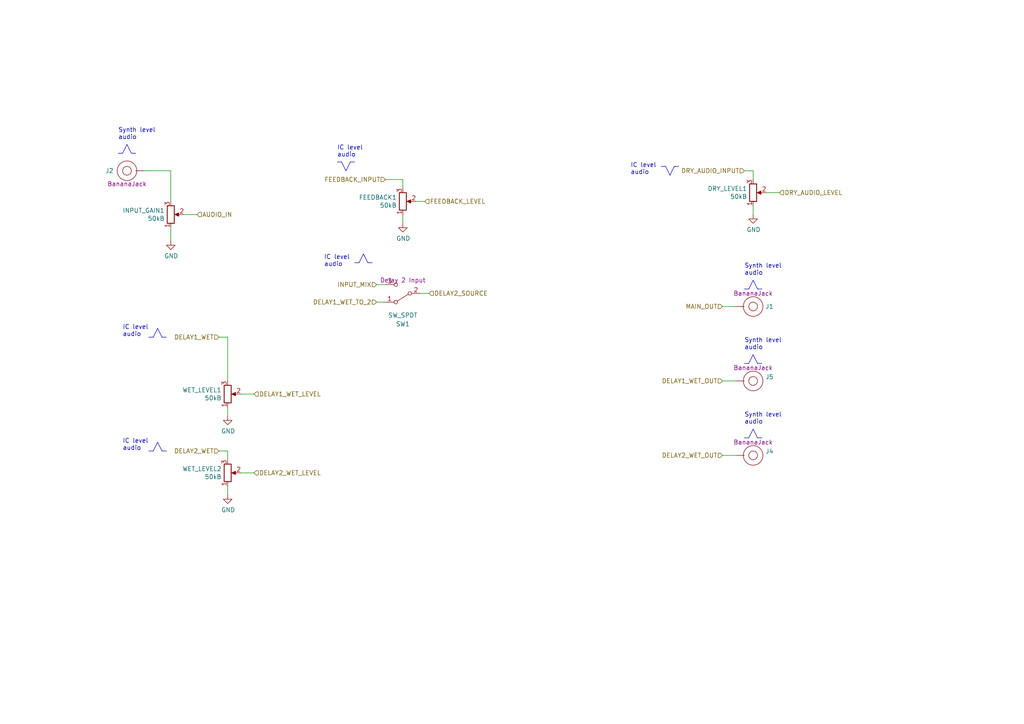
<source format=kicad_sch>
(kicad_sch (version 20230121) (generator eeschema)
  (paper "A4")
  (title_block (title "Dual PT2399 Digi Delay") (date "2022-03-04") (rev "v05") (comment 2 "creativecommons.org/licenses/by/4.0/") (comment 3 "License: CC BY 4.0") (comment 4 "Author: Guy John"))
  (lib_symbols
    (symbol "Banana_Jacks:Banana_Socket_PanelMount" (pin_numbers hide) (pin_names (offset 1.016) hide)
      (property "Reference" "J" (at 0 3.81 0))
      (symbol "Banana_Socket_PanelMount_0_1"
        (circle (center 0 0) (radius 1.27))
        (circle (center 0 0) (radius 2.8448))
      )
      (symbol "Banana_Socket_PanelMount_1_1"
        (pin bidirectional line (at 5.08 0 180) (length 2.54) (name "~") (number "1"))
      )
    )
    (symbol "Device:R_Potentiometer" (pin_names (offset 1.016) hide)
      (property "Reference" "RV" (at -4.445 0 90))
      (property "Value" "R_Potentiometer" (at -2.54 0 90))
      (symbol "R_Potentiometer_0_1"
        (polyline (pts (xy 2.54 0) (xy 1.524 0)))
        (polyline (pts (xy 1.143 0) (xy 2.286 0.508) (xy 2.286 -0.508) (xy 1.143 0)) (fill (type outline)))
        (rectangle (start 1.016 2.54) (end -1.016 -2.54) (stroke (width 0.254)))
      )
      (symbol "R_Potentiometer_1_1"
        (pin passive line (at 0 3.81 270) (length 1.27) (name "1") (number "1"))
        (pin passive line (at 3.81 0 180) (length 1.27) (name "2") (number "2"))
        (pin passive line (at 0 -3.81 90) (length 1.27) (name "3") (number "3"))
      )
    )
    (symbol "Switch:SW_SPDT" (pin_names (offset 0) hide)
      (property "Reference" "SW" (at 0 4.318 0))
      (property "Value" "SW_SPDT" (at 0 -5.08 0))
      (symbol "SW_SPDT_0_0"
        (circle (center -2.032 0) (radius 0.508))
        (circle (center 2.032 -2.54) (radius 0.508))
      )
      (symbol "SW_SPDT_0_1"
        (polyline (pts (xy -1.524 0.254) (xy 1.651 2.286)))
        (circle (center 2.032 2.54) (radius 0.508))
      )
      (symbol "SW_SPDT_1_1"
        (pin passive line (at 5.08 2.54 180) (length 2.54) (name "A") (number "1"))
        (pin passive line (at -5.08 0 0) (length 2.54) (name "B") (number "2"))
        (pin passive line (at 5.08 -2.54 180) (length 2.54) (name "C") (number "3"))
      )
    )
    (symbol "power:GND" (power) (pin_names (offset 0))
      (property "Value" "GND" (at 0 -3.81 0))
      (symbol "GND_0_1"
        (polyline (pts (xy 0 0) (xy 0 -1.27) (xy 1.27 -1.27) (xy 0 -2.54) (xy -1.27 -1.27) (xy 0 -1.27)))
      )
      (symbol "GND_1_1"
        (pin power_in line (at 0 0 270) (length 0) hide (name "GND") (number "1"))
      )
    )
  )
  (wire (pts (xy 218.44 59.69) (xy 218.44 62.23)))
  (polyline (pts (xy 217.17 83.82) (xy 218.44 81.28)))
  (wire (pts (xy 222.25 55.88) (xy 226.06 55.88)))
  (polyline (pts (xy 195.58 48.26) (xy 194.31 50.8)))
  (polyline (pts (xy 218.44 81.28) (xy 219.71 83.82)))
  (polyline (pts (xy 105.41 73.66) (xy 106.68 76.2)))
  (wire (pts (xy 121.92 85.09) (xy 124.46 85.09)))
  (polyline (pts (xy 219.71 105.41) (xy 220.98 105.41)))
  (wire (pts (xy 66.04 130.81) (xy 66.04 133.35)))
  (polyline (pts (xy 102.87 46.99) (xy 101.6 46.99)))
  (polyline (pts (xy 218.44 102.87) (xy 219.71 105.41)))
  (polyline (pts (xy 217.17 105.41) (xy 218.44 102.87)))
  (wire (pts (xy 63.5 97.79) (xy 66.04 97.79)))
  (wire (pts (xy 209.55 88.9) (xy 213.36 88.9)))
  (polyline (pts (xy 215.9 83.82) (xy 217.17 83.82)))
  (polyline (pts (xy 45.72 95.25) (xy 46.99 97.79)))
  (polyline (pts (xy 100.33 49.53) (xy 99.06 46.99)))
  (wire (pts (xy 66.04 118.11) (xy 66.04 120.65)))
  (polyline (pts (xy 194.31 50.8) (xy 193.04 48.26)))
  (polyline (pts (xy 196.85 48.26) (xy 195.58 48.26)))
  (polyline (pts (xy 104.14 76.2) (xy 105.41 73.66)))
  (polyline (pts (xy 193.04 48.26) (xy 191.77 48.26)))
  (wire (pts (xy 69.85 114.3) (xy 73.66 114.3)))
  (polyline (pts (xy 215.9 127) (xy 217.17 127)))
  (polyline (pts (xy 45.72 128.27) (xy 46.99 130.81)))
  (wire (pts (xy 218.44 49.53) (xy 218.44 52.07)))
  (polyline (pts (xy 97.79 46.99) (xy 99.06 46.99)))
  (polyline (pts (xy 101.6 46.99) (xy 100.33 49.53)))
  (wire (pts (xy 69.85 137.16) (xy 73.66 137.16)))
  (wire (pts (xy 120.65 58.42) (xy 123.19 58.42)))
  (polyline (pts (xy 219.71 127) (xy 220.98 127)))
  (wire (pts (xy 209.55 110.49) (xy 213.36 110.49)))
  (wire (pts (xy 111.76 87.63) (xy 109.22 87.63)))
  (polyline (pts (xy 35.56 44.45) (xy 36.83 41.91)))
  (polyline (pts (xy 102.87 76.2) (xy 104.14 76.2)))
  (polyline (pts (xy 34.29 44.45) (xy 35.56 44.45)))
  (wire (pts (xy 209.55 132.08) (xy 213.36 132.08)))
  (wire (pts (xy 53.34 62.23) (xy 57.15 62.23)))
  (polyline (pts (xy 46.99 97.79) (xy 48.26 97.79)))
  (polyline (pts (xy 218.44 124.46) (xy 219.71 127)))
  (polyline (pts (xy 43.18 130.81) (xy 44.45 130.81)))
  (wire (pts (xy 49.53 69.85) (xy 49.53 66.04)))
  (wire (pts (xy 49.53 49.53) (xy 49.53 58.42)))
  (polyline (pts (xy 217.17 127) (xy 218.44 124.46)))
  (polyline (pts (xy 219.71 83.82) (xy 220.98 83.82)))
  (wire (pts (xy 215.9 49.53) (xy 218.44 49.53)))
  (wire (pts (xy 109.22 82.55) (xy 111.76 82.55)))
  (polyline (pts (xy 36.83 41.91) (xy 38.1 44.45)))
  (polyline (pts (xy 38.1 44.45) (xy 39.37 44.45)))
  (wire (pts (xy 116.84 62.23) (xy 116.84 64.77)))
  (wire (pts (xy 41.91 49.53) (xy 49.53 49.53)))
  (wire (pts (xy 116.84 52.07) (xy 116.84 54.61)))
  (polyline (pts (xy 215.9 105.41) (xy 217.17 105.41)))
  (wire (pts (xy 63.5 130.81) (xy 66.04 130.81)))
  (polyline (pts (xy 44.45 130.81) (xy 45.72 128.27)))
  (polyline (pts (xy 44.45 97.79) (xy 45.72 95.25)))
  (polyline (pts (xy 46.99 130.81) (xy 48.26 130.81)))
  (polyline (pts (xy 106.68 76.2) (xy 107.95 76.2)))
  (polyline (pts (xy 43.18 97.79) (xy 44.45 97.79)))
  (wire (pts (xy 111.76 52.07) (xy 116.84 52.07)))
  (wire (pts (xy 66.04 140.97) (xy 66.04 143.51)))
  (wire (pts (xy 66.04 97.79) (xy 66.04 110.49)))
  (text "IC level\naudio" (at 35.56 97.79 0) (effects (font (size 1.27 1.27)) (justify left bottom)))
  (text "Synth level\naudio" (at 34.29 40.64 0) (effects (font (size 1.27 1.27)) (justify left bottom)))
  (text "IC level\naudio" (at 182.88 50.8 0) (effects (font (size 1.27 1.27)) (justify left bottom)))
  (text "IC level\naudio" (at 97.79 45.72 0) (effects (font (size 1.27 1.27)) (justify left bottom)))
  (text "Synth level\naudio" (at 215.9 123.19 0) (effects (font (size 1.27 1.27)) (justify left bottom)))
  (text "IC level\naudio" (at 35.56 130.81 0) (effects (font (size 1.27 1.27)) (justify left bottom)))
  (text "Synth level\naudio" (at 215.9 80.01 0) (effects (font (size 1.27 1.27)) (justify left bottom)))
  (text "IC level\naudio" (at 93.98 77.47 0) (effects (font (size 1.27 1.27)) (justify left bottom)))
  (text "Synth level\naudio" (at 215.9 101.6 0) (effects (font (size 1.27 1.27)) (justify left bottom)))
  (hierarchical_label "DELAY1_WET" (shape input) (at 63.5 97.79 180))
  (hierarchical_label "DELAY2_WET" (shape input) (at 63.5 130.81 180))
  (hierarchical_label "MAIN_OUT" (shape input) (at 209.55 88.9 180))
  (hierarchical_label "DELAY1_WET_LEVEL" (shape input) (at 73.66 114.3 0))
  (hierarchical_label "FEEDBACK_LEVEL" (shape input) (at 123.19 58.42 0))
  (hierarchical_label "FEEDBACK_INPUT" (shape input) (at 111.76 52.07 180))
  (hierarchical_label "DRY_AUDIO_LEVEL" (shape input) (at 226.06 55.88 0))
  (hierarchical_label "INPUT_MIX" (shape input) (at 109.22 82.55 180))
  (hierarchical_label "DRY_AUDIO_INPUT" (shape input) (at 215.9 49.53 180))
  (hierarchical_label "AUDIO_IN" (shape input) (at 57.15 62.23 0))
  (hierarchical_label "DELAY2_SOURCE" (shape input) (at 124.46 85.09 0))
  (hierarchical_label "DELAY1_WET_OUT" (shape input) (at 209.55 110.49 180))
  (hierarchical_label "DELAY2_WET_OUT" (shape input) (at 209.55 132.08 180))
  (hierarchical_label "DELAY1_WET_TO_2" (shape input) (at 109.22 87.63 180))
  (hierarchical_label "DELAY2_WET_LEVEL" (shape input) (at 73.66 137.16 0))
  (symbol (lib_id "Device:R_Potentiometer") (at 49.53 62.23 0) (mirror x) (unit 1)
    (property "Reference" "INPUT_GAIN1" (at 47.752 61.0616 0) (effects (justify right)))
    (property "Value" "50kB" (at 47.752 63.373 0) (effects (justify right)))
    (property "Footprint" "Rumblesan_Standard_Parts:Potentiometer_Alpha_RD901F-40-00D_Single_Vertical_CircularHoles" (effects hide))
    (property "Vendor" "Thonk" (effects hide))
  )
  (symbol (lib_id "Banana_Jacks:Banana_Socket_PanelMount") (at 36.83 49.53 0) (unit 1)
    (property "Reference" "J2" (at 31.75 49.53 0))
    (property "Value" "BananaJack_PanelMount" (effects hide))
    (property "Footprint" "Rumblesan_Standard_Parts:BananaJack_THT_JohnsonCinch_108-09" (effects hide))
    (property "Vendor" "Mouser" (effects hide))
    (property "SKU" "108-0901-1" (effects hide))
    (property "Note" "BananaJack" (at 36.83 53.34 0))
  )
  (symbol (lib_id "Device:R_Potentiometer") (at 116.84 58.42 0) (mirror x) (unit 1)
    (property "Reference" "FEEDBACK1" (at 115.062 57.2516 0) (effects (justify right)))
    (property "Value" "50kB" (at 115.062 59.563 0) (effects (justify right)))
    (property "Footprint" "Rumblesan_Standard_Parts:Potentiometer_Alpha_RD901F-40-00D_Single_Vertical_CircularHoles" (effects hide))
    (property "Vendor" "Thonk" (effects hide))
  )
  (symbol (lib_id "Device:R_Potentiometer") (at 66.04 137.16 0) (mirror x) (unit 1)
    (property "Reference" "WET_LEVEL2" (at 64.262 135.9916 0) (effects (justify right)))
    (property "Value" "50kB" (at 64.262 138.303 0) (effects (justify right)))
    (property "Footprint" "Rumblesan_Standard_Parts:Potentiometer_Alpha_RD901F-40-00D_Single_Vertical_CircularHoles" (effects hide))
    (property "Vendor" "Thonk" (effects hide))
  )
  (symbol (lib_id "Device:R_Potentiometer") (at 66.04 114.3 0) (mirror x) (unit 1)
    (property "Reference" "WET_LEVEL1" (at 64.262 113.1316 0) (effects (justify right)))
    (property "Value" "50kB" (at 64.262 115.443 0) (effects (justify right)))
    (property "Footprint" "Rumblesan_Standard_Parts:Potentiometer_Alpha_RD901F-40-00D_Single_Vertical_CircularHoles" (effects hide))
    (property "Vendor" "Thonk" (effects hide))
  )
  (symbol (lib_id "Device:R_Potentiometer") (at 218.44 55.88 0) (mirror x) (unit 1)
    (property "Reference" "DRY_LEVEL1" (at 216.6874 54.7116 0) (effects (justify right)))
    (property "Value" "50kB" (at 216.6874 57.023 0) (effects (justify right)))
    (property "Footprint" "Rumblesan_Standard_Parts:Potentiometer_Alpha_RD901F-40-00D_Single_Vertical_CircularHoles" (effects hide))
    (property "Vendor" "Thonk" (effects hide))
  )
  (symbol (lib_id "Banana_Jacks:Banana_Socket_PanelMount") (at 218.44 88.9 180) (unit 1)
    (property "Reference" "J1" (at 221.996 88.9 0) (effects (justify right)))
    (property "Value" "BananaJack_PanelMount" (effects hide))
    (property "Footprint" "Rumblesan_Standard_Parts:BananaJack_THT_JohnsonCinch_108-09" (effects hide))
    (property "Vendor" "Mouser" (effects hide))
    (property "SKU" "108-0901-1" (effects hide))
    (property "Note" "BananaJack" (at 218.44 85.09 0))
  )
  (symbol (lib_id "Switch:SW_SPDT") (at 116.84 85.09 180) (unit 1)
    (property "Reference" "SW1" (at 116.84 93.98 0))
    (property "Value" "SW_SPDT" (at 116.84 91.44 0))
    (property "Footprint" "Rumblesan_Standard_Parts:Toggle_Switch_100SP-M2" (effects hide))
    (property "Vendor" "Mouser" (effects hide))
    (property "SKU" "612-100SP1T1B3M2QEH" (effects hide))
    (property "Note" "Delay 2 Input" (at 116.84 81.28 0))
  )
  (symbol (lib_id "Banana_Jacks:Banana_Socket_PanelMount") (at 218.44 132.08 180) (unit 1)
    (property "Reference" "J4" (at 221.996 130.9116 0) (effects (justify right)))
    (property "Value" "BananaJack_PanelMount" (effects hide))
    (property "Footprint" "Rumblesan_Standard_Parts:BananaJack_THT_JohnsonCinch_108-09" (effects hide))
    (property "SKU" "108-0901-1" (effects hide))
    (property "Vendor" "Mouser" (effects hide))
    (property "Note" "BananaJack" (at 218.44 128.27 0))
  )
  (symbol (lib_id "Banana_Jacks:Banana_Socket_PanelMount") (at 218.44 110.49 180) (unit 1)
    (property "Reference" "J5" (at 221.996 109.3216 0) (effects (justify right)))
    (property "Value" "BananaJack_PanelMount" (effects hide))
    (property "Footprint" "Rumblesan_Standard_Parts:BananaJack_THT_JohnsonCinch_108-09" (effects hide))
    (property "Vendor" "Mouser" (effects hide))
    (property "SKU" "108-0901-1" (effects hide))
    (property "Note" "BananaJack" (at 218.44 106.68 0))
  )
  (symbol (lib_id "power:GND") (at 49.53 69.85 0) (unit 1)
    (property "Reference" "#PWR0105" (effects hide))
    (property "Value" "GND" (at 49.657 74.2442 0))
  )
  (symbol (lib_id "power:GND") (at 66.04 143.51 0) (unit 1)
    (property "Reference" "#PWR0108" (effects hide))
    (property "Value" "GND" (at 66.167 147.9042 0))
  )
  (symbol (lib_id "power:GND") (at 218.44 62.23 0) (unit 1)
    (property "Reference" "#PWR0102" (effects hide))
    (property "Value" "GND" (at 218.567 66.6242 0))
  )
  (symbol (lib_id "power:GND") (at 66.04 120.65 0) (unit 1)
    (property "Reference" "#PWR0107" (effects hide))
    (property "Value" "GND" (at 66.167 125.0442 0))
  )
  (symbol (lib_id "power:GND") (at 116.84 64.77 0) (unit 1)
    (property "Reference" "#PWR0106" (effects hide))
    (property "Value" "GND" (at 116.967 69.1642 0))
  )
)
</source>
